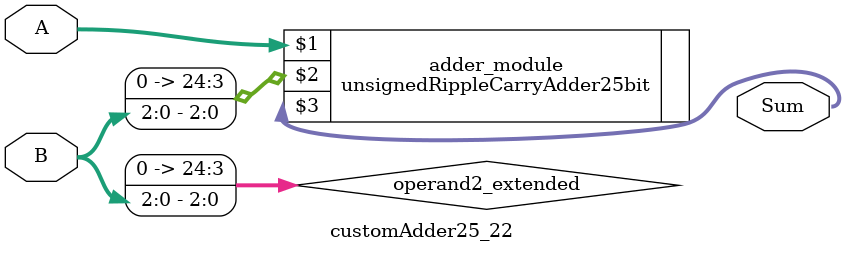
<source format=v>

module customAdder25_22(
                    input [24 : 0] A,
                    input [2 : 0] B,
                    
                    output [25 : 0] Sum
            );

    wire [24 : 0] operand2_extended;
    
    assign operand2_extended =  {22'b0, B};
    
    unsignedRippleCarryAdder25bit adder_module(
        A,
        operand2_extended,
        Sum
    );
    
endmodule
        
</source>
